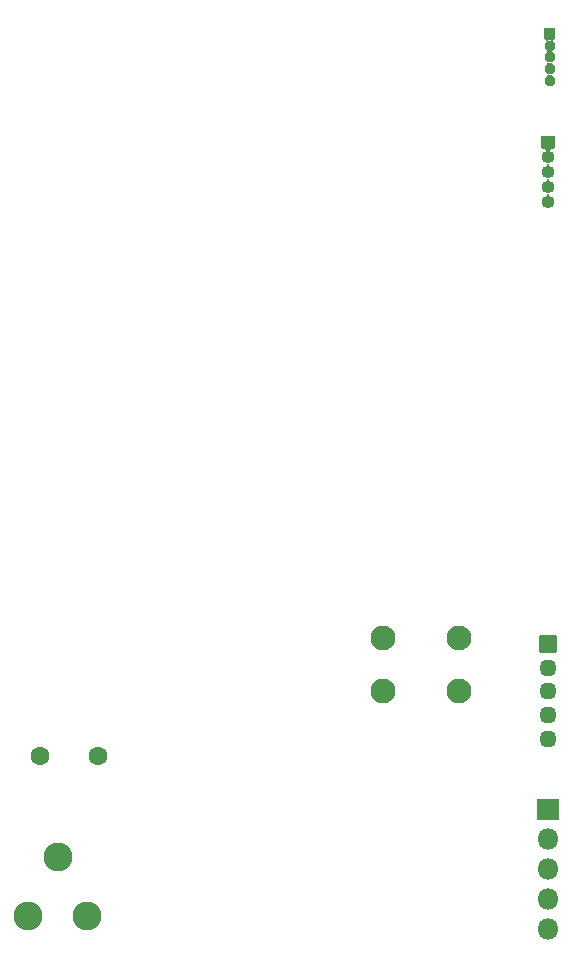
<source format=gbr>
G04 #@! TF.GenerationSoftware,KiCad,Pcbnew,5.1.8-1.fc33*
G04 #@! TF.CreationDate,2021-01-13T18:10:52+01:00*
G04 #@! TF.ProjectId,holder,686f6c64-6572-42e6-9b69-6361645f7063,rev?*
G04 #@! TF.SameCoordinates,Original*
G04 #@! TF.FileFunction,Soldermask,Bot*
G04 #@! TF.FilePolarity,Negative*
%FSLAX46Y46*%
G04 Gerber Fmt 4.6, Leading zero omitted, Abs format (unit mm)*
G04 Created by KiCad (PCBNEW 5.1.8-1.fc33) date 2021-01-13 18:10:52*
%MOMM*%
%LPD*%
G01*
G04 APERTURE LIST*
%ADD10C,2.102000*%
%ADD11C,2.442000*%
%ADD12O,1.802000X1.802000*%
%ADD13O,1.452000X1.452000*%
%ADD14O,1.102000X1.102000*%
%ADD15O,0.952000X0.952000*%
%ADD16C,1.602000*%
%ADD17C,0.100000*%
G04 APERTURE END LIST*
D10*
X207000000Y-119500000D03*
X207000000Y-124000000D03*
X200500000Y-119500000D03*
X200500000Y-124000000D03*
D11*
X170500000Y-143000000D03*
X173000000Y-138000000D03*
X175500000Y-143000000D03*
D12*
X214500000Y-144160000D03*
X214500000Y-141620000D03*
X214500000Y-139080000D03*
X214500000Y-136540000D03*
G36*
G01*
X213599000Y-134850000D02*
X213599000Y-133150000D01*
G75*
G02*
X213650000Y-133099000I51000J0D01*
G01*
X215350000Y-133099000D01*
G75*
G02*
X215401000Y-133150000I0J-51000D01*
G01*
X215401000Y-134850000D01*
G75*
G02*
X215350000Y-134901000I-51000J0D01*
G01*
X213650000Y-134901000D01*
G75*
G02*
X213599000Y-134850000I0J51000D01*
G01*
G37*
D13*
X214500000Y-128000000D03*
X214500000Y-126000000D03*
X214500000Y-124000000D03*
X214500000Y-122000000D03*
G36*
G01*
X213774000Y-120675000D02*
X213774000Y-119325000D01*
G75*
G02*
X213825000Y-119274000I51000J0D01*
G01*
X215175000Y-119274000D01*
G75*
G02*
X215226000Y-119325000I0J-51000D01*
G01*
X215226000Y-120675000D01*
G75*
G02*
X215175000Y-120726000I-51000J0D01*
G01*
X213825000Y-120726000D01*
G75*
G02*
X213774000Y-120675000I0J51000D01*
G01*
G37*
D14*
X214500000Y-82580000D03*
X214500000Y-81310000D03*
X214500000Y-80040000D03*
X214500000Y-78770000D03*
G36*
G01*
X213949000Y-78000000D02*
X213949000Y-77000000D01*
G75*
G02*
X214000000Y-76949000I51000J0D01*
G01*
X215000000Y-76949000D01*
G75*
G02*
X215051000Y-77000000I0J-51000D01*
G01*
X215051000Y-78000000D01*
G75*
G02*
X215000000Y-78051000I-51000J0D01*
G01*
X214000000Y-78051000D01*
G75*
G02*
X213949000Y-78000000I0J51000D01*
G01*
G37*
D15*
X214630000Y-72326000D03*
X214630000Y-71326000D03*
X214630000Y-70326000D03*
X214630000Y-69326000D03*
G36*
G01*
X214154000Y-68751000D02*
X214154000Y-67901000D01*
G75*
G02*
X214205000Y-67850000I51000J0D01*
G01*
X215055000Y-67850000D01*
G75*
G02*
X215106000Y-67901000I0J-51000D01*
G01*
X215106000Y-68751000D01*
G75*
G02*
X215055000Y-68802000I-51000J0D01*
G01*
X214205000Y-68802000D01*
G75*
G02*
X214154000Y-68751000I0J51000D01*
G01*
G37*
D16*
X176380000Y-129500000D03*
X171500000Y-129500000D03*
D17*
G36*
X214672906Y-81830824D02*
G01*
X214673671Y-81832672D01*
X214672631Y-81834175D01*
X214656609Y-81842738D01*
X214637972Y-81858033D01*
X214622677Y-81876670D01*
X214611312Y-81897934D01*
X214604312Y-81921009D01*
X214601949Y-81945000D01*
X214604312Y-81968991D01*
X214611312Y-81992066D01*
X214622677Y-82013330D01*
X214637972Y-82031967D01*
X214656609Y-82047262D01*
X214672631Y-82055825D01*
X214673687Y-82057524D01*
X214672744Y-82059287D01*
X214670923Y-82059437D01*
X214659365Y-82054650D01*
X214553808Y-82033653D01*
X214446192Y-82033653D01*
X214340635Y-82054650D01*
X214329077Y-82059437D01*
X214327094Y-82059176D01*
X214326329Y-82057328D01*
X214327369Y-82055825D01*
X214343391Y-82047262D01*
X214362028Y-82031967D01*
X214377323Y-82013330D01*
X214388688Y-81992066D01*
X214395688Y-81968991D01*
X214398051Y-81945000D01*
X214395688Y-81921009D01*
X214388688Y-81897934D01*
X214377323Y-81876670D01*
X214362028Y-81858033D01*
X214343391Y-81842738D01*
X214327369Y-81834175D01*
X214326313Y-81832476D01*
X214327256Y-81830713D01*
X214329077Y-81830563D01*
X214340635Y-81835350D01*
X214446192Y-81856347D01*
X214553808Y-81856347D01*
X214659365Y-81835350D01*
X214670923Y-81830563D01*
X214672906Y-81830824D01*
G37*
G36*
X214672906Y-80560824D02*
G01*
X214673671Y-80562672D01*
X214672631Y-80564175D01*
X214656609Y-80572738D01*
X214637972Y-80588033D01*
X214622677Y-80606670D01*
X214611312Y-80627934D01*
X214604312Y-80651009D01*
X214601949Y-80675000D01*
X214604312Y-80698991D01*
X214611312Y-80722066D01*
X214622677Y-80743330D01*
X214637972Y-80761967D01*
X214656609Y-80777262D01*
X214672631Y-80785825D01*
X214673687Y-80787524D01*
X214672744Y-80789287D01*
X214670923Y-80789437D01*
X214659365Y-80784650D01*
X214553808Y-80763653D01*
X214446192Y-80763653D01*
X214340635Y-80784650D01*
X214329077Y-80789437D01*
X214327094Y-80789176D01*
X214326329Y-80787328D01*
X214327369Y-80785825D01*
X214343391Y-80777262D01*
X214362028Y-80761967D01*
X214377323Y-80743330D01*
X214388688Y-80722066D01*
X214395688Y-80698991D01*
X214398051Y-80675000D01*
X214395688Y-80651009D01*
X214388688Y-80627934D01*
X214377323Y-80606670D01*
X214362028Y-80588033D01*
X214343391Y-80572738D01*
X214327369Y-80564175D01*
X214326313Y-80562476D01*
X214327256Y-80560713D01*
X214329077Y-80560563D01*
X214340635Y-80565350D01*
X214446192Y-80586347D01*
X214553808Y-80586347D01*
X214659365Y-80565350D01*
X214670923Y-80560563D01*
X214672906Y-80560824D01*
G37*
G36*
X214672906Y-79290824D02*
G01*
X214673671Y-79292672D01*
X214672631Y-79294175D01*
X214656609Y-79302738D01*
X214637972Y-79318033D01*
X214622677Y-79336670D01*
X214611312Y-79357934D01*
X214604312Y-79381009D01*
X214601949Y-79405000D01*
X214604312Y-79428991D01*
X214611312Y-79452066D01*
X214622677Y-79473330D01*
X214637972Y-79491967D01*
X214656609Y-79507262D01*
X214672631Y-79515825D01*
X214673687Y-79517524D01*
X214672744Y-79519287D01*
X214670923Y-79519437D01*
X214659365Y-79514650D01*
X214553808Y-79493653D01*
X214446192Y-79493653D01*
X214340635Y-79514650D01*
X214329077Y-79519437D01*
X214327094Y-79519176D01*
X214326329Y-79517328D01*
X214327369Y-79515825D01*
X214343391Y-79507262D01*
X214362028Y-79491967D01*
X214377323Y-79473330D01*
X214388688Y-79452066D01*
X214395688Y-79428991D01*
X214398051Y-79405000D01*
X214395688Y-79381009D01*
X214388688Y-79357934D01*
X214377323Y-79336670D01*
X214362028Y-79318033D01*
X214343391Y-79302738D01*
X214327369Y-79294175D01*
X214326313Y-79292476D01*
X214327256Y-79290713D01*
X214329077Y-79290563D01*
X214340635Y-79295350D01*
X214446192Y-79316347D01*
X214553808Y-79316347D01*
X214659365Y-79295350D01*
X214670923Y-79290563D01*
X214672906Y-79290824D01*
G37*
G36*
X214823654Y-78050000D02*
G01*
X214823654Y-78052000D01*
X214822118Y-78052990D01*
X214797931Y-78055372D01*
X214774856Y-78062372D01*
X214753592Y-78073737D01*
X214734955Y-78089032D01*
X214719660Y-78107669D01*
X214708295Y-78128933D01*
X214701295Y-78152008D01*
X214698932Y-78175998D01*
X214701295Y-78199990D01*
X214708295Y-78223065D01*
X214719660Y-78244329D01*
X214734955Y-78262966D01*
X214753670Y-78278324D01*
X214757998Y-78281216D01*
X214758883Y-78283010D01*
X214757772Y-78284673D01*
X214756122Y-78284727D01*
X214659365Y-78244650D01*
X214553808Y-78223653D01*
X214446192Y-78223653D01*
X214340635Y-78244650D01*
X214243878Y-78284727D01*
X214241895Y-78284466D01*
X214241130Y-78282618D01*
X214242002Y-78281216D01*
X214246330Y-78278324D01*
X214265045Y-78262965D01*
X214280340Y-78244328D01*
X214291705Y-78223065D01*
X214298705Y-78199990D01*
X214301068Y-78175998D01*
X214298705Y-78152007D01*
X214291705Y-78128932D01*
X214280340Y-78107669D01*
X214265044Y-78089032D01*
X214246407Y-78073737D01*
X214225144Y-78062372D01*
X214202069Y-78055372D01*
X214177882Y-78052990D01*
X214176256Y-78051825D01*
X214176452Y-78049835D01*
X214178078Y-78049000D01*
X214821922Y-78049000D01*
X214823654Y-78050000D01*
G37*
G36*
X214377044Y-71724299D02*
G01*
X214406562Y-71744022D01*
X214492406Y-71779580D01*
X214583543Y-71797708D01*
X214676457Y-71797708D01*
X214767594Y-71779580D01*
X214853438Y-71744022D01*
X214882956Y-71724299D01*
X214884952Y-71724168D01*
X214886063Y-71725831D01*
X214885336Y-71727508D01*
X214871292Y-71739033D01*
X214855997Y-71757670D01*
X214844631Y-71778933D01*
X214837631Y-71802008D01*
X214835268Y-71825999D01*
X214837631Y-71849990D01*
X214844631Y-71873065D01*
X214855996Y-71894329D01*
X214871291Y-71912966D01*
X214885336Y-71924492D01*
X214886040Y-71926364D01*
X214884772Y-71927910D01*
X214882956Y-71927701D01*
X214853438Y-71907978D01*
X214767594Y-71872420D01*
X214676457Y-71854292D01*
X214583543Y-71854292D01*
X214492406Y-71872420D01*
X214406562Y-71907978D01*
X214377044Y-71927701D01*
X214375048Y-71927832D01*
X214373937Y-71926169D01*
X214374664Y-71924492D01*
X214388708Y-71912967D01*
X214404003Y-71894330D01*
X214415369Y-71873067D01*
X214422369Y-71849992D01*
X214424732Y-71826001D01*
X214422369Y-71802010D01*
X214415369Y-71778935D01*
X214404004Y-71757671D01*
X214388709Y-71739034D01*
X214374664Y-71727508D01*
X214373960Y-71725636D01*
X214375228Y-71724090D01*
X214377044Y-71724299D01*
G37*
G36*
X214377044Y-70724299D02*
G01*
X214406562Y-70744022D01*
X214492406Y-70779580D01*
X214583543Y-70797708D01*
X214676457Y-70797708D01*
X214767594Y-70779580D01*
X214853438Y-70744022D01*
X214882956Y-70724299D01*
X214884952Y-70724168D01*
X214886063Y-70725831D01*
X214885336Y-70727508D01*
X214871292Y-70739033D01*
X214855997Y-70757670D01*
X214844631Y-70778933D01*
X214837631Y-70802008D01*
X214835268Y-70825999D01*
X214837631Y-70849990D01*
X214844631Y-70873065D01*
X214855996Y-70894329D01*
X214871291Y-70912966D01*
X214885336Y-70924492D01*
X214886040Y-70926364D01*
X214884772Y-70927910D01*
X214882956Y-70927701D01*
X214853438Y-70907978D01*
X214767594Y-70872420D01*
X214676457Y-70854292D01*
X214583543Y-70854292D01*
X214492406Y-70872420D01*
X214406562Y-70907978D01*
X214377044Y-70927701D01*
X214375048Y-70927832D01*
X214373937Y-70926169D01*
X214374664Y-70924492D01*
X214388708Y-70912967D01*
X214404003Y-70894330D01*
X214415369Y-70873067D01*
X214422369Y-70849992D01*
X214424732Y-70826001D01*
X214422369Y-70802010D01*
X214415369Y-70778935D01*
X214404004Y-70757671D01*
X214388709Y-70739034D01*
X214374664Y-70727508D01*
X214373960Y-70725636D01*
X214375228Y-70724090D01*
X214377044Y-70724299D01*
G37*
G36*
X214377044Y-69724299D02*
G01*
X214406562Y-69744022D01*
X214492406Y-69779580D01*
X214583543Y-69797708D01*
X214676457Y-69797708D01*
X214767594Y-69779580D01*
X214853438Y-69744022D01*
X214882956Y-69724299D01*
X214884952Y-69724168D01*
X214886063Y-69725831D01*
X214885336Y-69727508D01*
X214871292Y-69739033D01*
X214855997Y-69757670D01*
X214844631Y-69778933D01*
X214837631Y-69802008D01*
X214835268Y-69825999D01*
X214837631Y-69849990D01*
X214844631Y-69873065D01*
X214855996Y-69894329D01*
X214871291Y-69912966D01*
X214885336Y-69924492D01*
X214886040Y-69926364D01*
X214884772Y-69927910D01*
X214882956Y-69927701D01*
X214853438Y-69907978D01*
X214767594Y-69872420D01*
X214676457Y-69854292D01*
X214583543Y-69854292D01*
X214492406Y-69872420D01*
X214406562Y-69907978D01*
X214377044Y-69927701D01*
X214375048Y-69927832D01*
X214373937Y-69926169D01*
X214374664Y-69924492D01*
X214388708Y-69912967D01*
X214404003Y-69894330D01*
X214415369Y-69873067D01*
X214422369Y-69849992D01*
X214424732Y-69826001D01*
X214422369Y-69802010D01*
X214415369Y-69778935D01*
X214404004Y-69757671D01*
X214388709Y-69739034D01*
X214374664Y-69727508D01*
X214373960Y-69725636D01*
X214375228Y-69724090D01*
X214377044Y-69724299D01*
G37*
G36*
X215078580Y-68801000D02*
G01*
X215078580Y-68803000D01*
X215077044Y-68803990D01*
X215052857Y-68806372D01*
X215029782Y-68813372D01*
X215008518Y-68824737D01*
X214989881Y-68840032D01*
X214974586Y-68858669D01*
X214963221Y-68879933D01*
X214956221Y-68903008D01*
X214953858Y-68926999D01*
X214956221Y-68950990D01*
X214963221Y-68974065D01*
X214974586Y-68995329D01*
X214986112Y-69009373D01*
X214986438Y-69011347D01*
X214984892Y-69012615D01*
X214983152Y-69012056D01*
X214930697Y-68959601D01*
X214853438Y-68907978D01*
X214767594Y-68872420D01*
X214676457Y-68854292D01*
X214583543Y-68854292D01*
X214492406Y-68872420D01*
X214406562Y-68907978D01*
X214329303Y-68959601D01*
X214276848Y-69012056D01*
X214274916Y-69012574D01*
X214273502Y-69011160D01*
X214273888Y-69009373D01*
X214285414Y-68995329D01*
X214296779Y-68974065D01*
X214303779Y-68950990D01*
X214306142Y-68926999D01*
X214303779Y-68903008D01*
X214296779Y-68879933D01*
X214285414Y-68858669D01*
X214270119Y-68840032D01*
X214251482Y-68824737D01*
X214230218Y-68813372D01*
X214207143Y-68806372D01*
X214182956Y-68803990D01*
X214181330Y-68802825D01*
X214181526Y-68800835D01*
X214183152Y-68800000D01*
X215076848Y-68800000D01*
X215078580Y-68801000D01*
G37*
M02*

</source>
